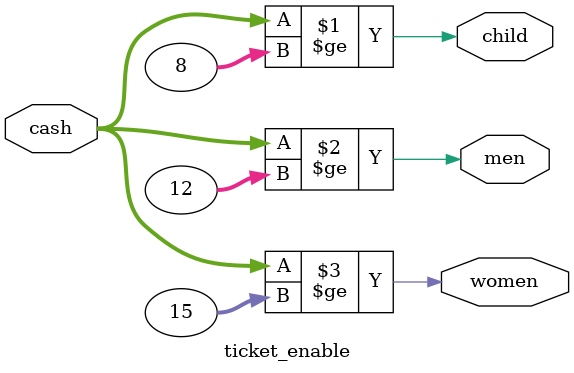
<source format=v>
module ticket_enable(
input[6:0] cash,
output wire child, men, women
);

assign child = (cash>=8);
assign men = (cash>=12);
assign women = (cash>=15);

endmodule 
</source>
